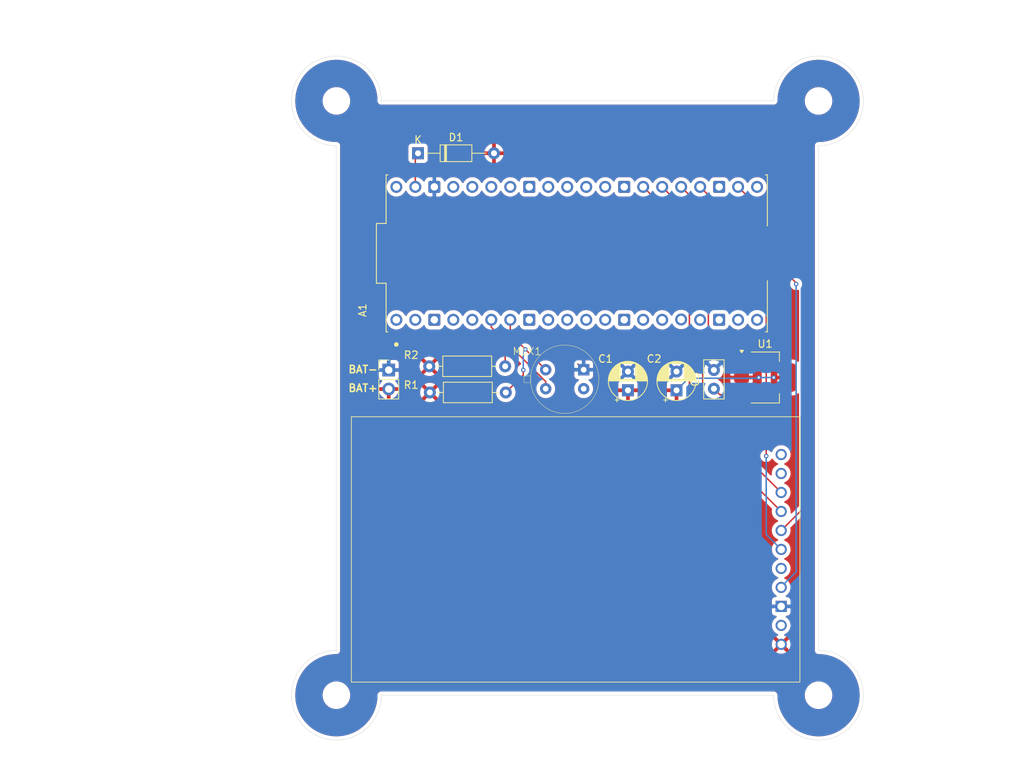
<source format=kicad_pcb>
(kicad_pcb (version 20240108) (generator "pcbnew") (generator_version "8.0")
  (layers (0 "F.Cu" signal) (31 "B.Cu" signal) (34 "B.Paste" user) (35 "F.Paste" user) (36 "B.SilkS" user "B.Silkscreen") (37 "F.SilkS" user "F.Silkscreen") (38 "B.Mask" user) (39 "F.Mask" user) (44 "Edge.Cuts" user))
  (net 0 "")
  (net 1 "Net-(A1-GP18)")
  (net 2 "Net-(A1-GP5)")
  (net 3 "VDD")
  (net 4 "Net-(A1-GP4)")
  (net 5 "Net-(A1-GP21)")
  (net 6 "Net-(A1-GP20)")
  (net 7 "Net-(A1-GP17)")
  (net 8 "Net-(A1-GP19)")
  (net 9 "GND")
  (net 13 "Net-(A1-VSYS)")
  (net 46 "Net-(BT1-+)")
  (footprint "Capacitor_THT:CP_Radial_D5.0mm_P2.50mm" (layer "F.Cu") (at 129.5 74.705113 90)
    (property "Reference" "C2" (at 4.205113 -3 180) (layer "F.SilkS"))
    (property "Value" "1u")
    (fp_line (start 1.29 -2.58) (end 1.29 2.58) (stroke (width 0.12)) (layer "F.SilkS"))
    (fp_line (start 1.25 -2.58) (end 1.25 2.58) (stroke (width 0.12)) (layer "F.SilkS"))
    (fp_line (start 1.33 -2.579) (end 1.33 2.579) (stroke (width 0.12)) (layer "F.SilkS"))
    (fp_line (start 1.37 -2.578) (end 1.37 2.578) (stroke (width 0.12)) (layer "F.SilkS"))
    (fp_line (start 1.41 -2.576) (end 1.41 2.576) (stroke (width 0.12)) (layer "F.SilkS"))
    (fp_line (start 1.45 -2.573) (end 1.45 2.573) (stroke (width 0.12)) (layer "F.SilkS"))
    (fp_line (start 1.49 -2.569) (end 1.49 -1.04) (stroke (width 0.12)) (layer "F.SilkS"))
    (fp_line (start 1.53 -2.565) (end 1.53 -1.04) (stroke (width 0.12)) (layer "F.SilkS"))
    (fp_line (start 1.57 -2.561) (end 1.57 -1.04) (stroke (width 0.12)) (layer "F.SilkS"))
    (fp_line (start 1.61 -2.556) (end 1.61 -1.04) (stroke (width 0.12)) (layer "F.SilkS"))
    (fp_line (start 1.65 -2.55) (end 1.65 -1.04) (stroke (width 0.12)) (layer "F.SilkS"))
    (fp_line (start 1.69 -2.543) (end 1.69 -1.04) (stroke (width 0.12)) (layer "F.SilkS"))
    (fp_line (start 1.73 -2.536) (end 1.73 -1.04) (stroke (width 0.12)) (layer "F.SilkS"))
    (fp_line (start 1.77 -2.528) (end 1.77 -1.04) (stroke (width 0.12)) (layer "F.SilkS"))
    (fp_line (start 1.81 -2.52) (end 1.81 -1.04) (stroke (width 0.12)) (layer "F.SilkS"))
    (fp_line (start 1.85 -2.511) (end 1.85 -1.04) (stroke (width 0.12)) (layer "F.SilkS"))
    (fp_line (start 1.89 -2.501) (end 1.89 -1.04) (stroke (width 0.12)) (layer "F.SilkS"))
    (fp_line (start 1.93 -2.491) (end 1.93 -1.04) (stroke (width 0.12)) (layer "F.SilkS"))
    (fp_line (start 1.971 -2.48) (end 1.971 -1.04) (stroke (width 0.12)) (layer "F.SilkS"))
    (fp_line (start 2.011 -2.468) (end 2.011 -1.04) (stroke (width 0.12)) (layer "F.SilkS"))
    (fp_line (start 2.051 -2.455) (end 2.051 -1.04) (stroke (width 0.12)) (layer "F.SilkS"))
    (fp_line (start 2.091 -2.442) (end 2.091 -1.04) (stroke (width 0.12)) (layer "F.SilkS"))
    (fp_line (start 2.131 -2.428) (end 2.131 -1.04) (stroke (width 0.12)) (layer "F.SilkS"))
    (fp_line (start 2.171 -2.414) (end 2.171 -1.04) (stroke (width 0.12)) (layer "F.SilkS"))
    (fp_line (start 2.211 -2.398) (end 2.211 -1.04) (stroke (width 0.12)) (layer "F.SilkS"))
    (fp_line (start 2.251 -2.382) (end 2.251 -1.04) (stroke (width 0.12)) (layer "F.SilkS"))
    (fp_line (start 2.291 -2.365) (end 2.291 -1.04) (stroke (width 0.12)) (layer "F.SilkS"))
    (fp_line (start 2.331 -2.348) (end 2.331 -1.04) (stroke (width 0.12)) (layer "F.SilkS"))
    (fp_line (start 2.371 -2.329) (end 2.371 -1.04) (stroke (width 0.12)) (layer "F.SilkS"))
    (fp_line (start 2.411 -2.31) (end 2.411 -1.04) (stroke (width 0.12)) (layer "F.SilkS"))
    (fp_line (start 2.451 -2.29) (end 2.451 -1.04) (stroke (width 0.12)) (layer "F.SilkS"))
    (fp_line (start 2.491 -2.268) (end 2.491 -1.04) (stroke (width 0.12)) (layer "F.SilkS"))
    (fp_line (start 2.531 -2.247) (end 2.531 -1.04) (stroke (width 0.12)) (layer "F.SilkS"))
    (fp_line (start 2.571 -2.224) (end 2.571 -1.04) (stroke (width 0.12)) (layer "F.SilkS"))
    (fp_line (start 2.611 -2.2) (end 2.611 -1.04) (stroke (width 0.12)) (layer "F.SilkS"))
    (fp_line (start 2.651 -2.175) (end 2.651 -1.04) (stroke (width 0.12)) (layer "F.SilkS"))
    (fp_line (start 2.691 -2.149) (end 2.691 -1.04) (stroke (width 0.12)) (layer "F.SilkS"))
    (fp_line (start 2.731 -2.122) (end 2.731 -1.04) (stroke (width 0.12)) (layer "F.SilkS"))
    (fp_line (start 2.771 -2.095) (end 2.771 -1.04) (stroke (width 0.12)) (layer "F.SilkS"))
    (fp_line (start 2.811 -2.065) (end 2.811 -1.04) (stroke (width 0.12)) (layer "F.SilkS"))
    (fp_line (start 2.851 -2.035) (end 2.851 -1.04) (stroke (width 0.12)) (layer "F.SilkS"))
    (fp_line (start 2.891 -2.004) (end 2.891 -1.04) (stroke (width 0.12)) (layer "F.SilkS"))
    (fp_line (start 2.931 -1.971) (end 2.931 -1.04) (stroke (width 0.12)) (layer "F.SilkS"))
    (fp_line (start 2.971 -1.937) (end 2.971 -1.04) (stroke (width 0.12)) (layer "F.SilkS"))
    (fp_line (start 3.011 -1.901) (end 3.011 -1.04) (stroke (width 0.12)) (layer "F.SilkS"))
    (fp_line (start 3.051 -1.864) (end 3.051 -1.04) (stroke (width 0.12)) (layer "F.SilkS"))
    (fp_line (start 3.091 -1.826) (end 3.091 -1.04) (stroke (width 0.12)) (layer "F.SilkS"))
    (fp_line (start 3.131 -1.785) (end 3.131 -1.04) (stroke (width 0.12)) (layer "F.SilkS"))
    (fp_line (start 3.171 -1.743) (end 3.171 -1.04) (stroke (width 0.12)) (layer "F.SilkS"))
    (fp_line (start -1.304775 -1.725) (end -1.304775 -1.225) (stroke (width 0.12)) (layer "F.SilkS"))
    (fp_line (start 3.211 -1.699) (end 3.211 -1.04) (stroke (width 0.12)) (layer "F.SilkS"))
    (fp_line (start 3.251 -1.653) (end 3.251 -1.04) (stroke (width 0.12)) (layer "F.SilkS"))
    (fp_line (start 3.291 -1.605) (end 3.291 -1.04) (stroke (width 0.12)) (layer "F.SilkS"))
    (fp_line (start 3.331 -1.554) (end 3.331 -1.04) (stroke (width 0.12)) (layer "F.SilkS"))
    (fp_line (start 3.371 -1.5) (end 3.371 -1.04) (stroke (width 0.12)) (layer "F.SilkS"))
    (fp_line (start -1.554775 -1.475) (end -1.054775 -1.475) (stroke (width 0.12)) (layer "F.SilkS"))
    (fp_line (start 3.411 -1.443) (end 3.411 -1.04) (stroke (width 0.12)) (layer "F.SilkS"))
    (fp_line (start 3.451 -1.383) (end 3.451 -1.04) (stroke (width 0.12)) (layer "F.SilkS"))
    (fp_line (start 3.491 -1.319) (end 3.491 -1.04) (stroke (width 0.12)) (layer "F.SilkS"))
    (fp_line (start 3.531 -1.251) (end 3.531 -1.04) (stroke (width 0.12)) (layer "F.SilkS"))
    (fp_line (start 3.571 -1.178) (end 3.571 1.178) (stroke (width 0.12)) (layer "F.SilkS"))
    (fp_line (start 3.611 -1.098) (end 3.611 1.098) (stroke (width 0.12)) (layer "F.SilkS"))
    (fp_line (start 3.651 -1.011) (end 3.651 1.011) (stroke (width 0.12)) (layer "F.SilkS"))
    (fp_line (start 3.691 -0.915) (end 3.691 0.915) (stroke (width 0.12)) (layer "F.SilkS"))
    (fp_line (start 3.731 -0.805) (end 3.731 0.805) (stroke (width 0.12)) (layer "F.SilkS"))
    (fp_line (start 3.771 -0.677) (end 3.771 0.677) (stroke (width 0.12)) (layer "F.SilkS"))
    (fp_line (start 3.811 -0.518) (end 3.811 0.518) (stroke (width 0.12)) (layer "F.SilkS"))
    (fp_line (start 3.851 -0.284) (end 3.851 0.284) (stroke (width 0.12)) (layer "F.SilkS"))
    (fp_line (start 3.531 1.04) (end 3.531 1.251) (stroke (width 0.12)) (layer "F.SilkS"))
    (fp_line (start 3.491 1.04) (end 3.491 1.319) (stroke (width 0.12)) (layer "F.SilkS"))
    (fp_line (start 3.451 1.04) (end 3.451 1.383) (stroke (width 0.12)) (layer "F.SilkS"))
    (fp_line (start 3.411 1.04) (end 3.411 1.443) (stroke (width 0.12)) (layer "F.SilkS"))
    (fp_line (start 3.371 1.04) (end 3.371 1.5) (stroke (width 0.12)) (layer "F.SilkS"))
    (fp_line (start 3.331 1.04) (end 3.331 1.554) (stroke (width 0.12)) (layer "F.SilkS"))
    (fp_line (start 3.291 1.04) (end 3.291 1.605) (stroke (width 0.12)) (layer "F.SilkS"))
    (fp_line (start 3.251 1.04) (end 3.251 1.653) (stroke (width 0.12)) (layer "F.SilkS"))
    (fp_line (start 3.211 1.04) (end 3.211 1.699) (stroke (width 0.12)) (layer "F.SilkS"))
    (fp_line (start 3.171 1.04) (end 3.171 1.743) (stroke (width 0.12)) (layer "F.SilkS"))
    (fp_line (start 3.131 1.04) (end 3.131 1.785) (stroke (width 0.12)) (layer "F.SilkS"))
    (fp_line (start 3.091 1.04) (end 3.091 1.826) (stroke (width 0.12)) (layer "F.SilkS"))
    (fp_line (start 3.051 1.04) (end 3.051 1.864) (stroke (width 0.12)) (layer "F.SilkS"))
    (fp_line (start 3.011 1.04) (end 3.011 1.901) (stroke (width 0.12)) (layer "F.SilkS"))
    (fp_line (start 2.971 1.04) (end 2.971 1.937) (stroke (width 0.12)) (layer "F.SilkS"))
    (fp_line (start 2.931 1.04) (end 2.931 1.971) (stroke (width 0.12)) (layer "F.SilkS"))
    (fp_line (start 2.891 1.04) (end 2.891 2.004) (stroke (width 0.12)) (layer "F.SilkS"))
    (fp_line (start 2.851 1.04) (end 2.851 2.035) (stroke (width 0.12)) (layer "F.SilkS"))
    (fp_line (start 2.811 1.04) (end 2.811 2.065) (stroke (width 0.12)) (layer "F.SilkS"))
    (fp_line (start 2.771 1.04) (end 2.771 2.095) (stroke (width 0.12)) (layer "F.SilkS"))
    (fp_line (start 2.731 1.04) (end 2.731 2.122) (stroke (width 0.12)) (layer "F.SilkS"))
    (fp_line (start 2.691 1.04) (end 2.691 2.149) (stroke (width 0.12)) (layer "F.SilkS"))
    (fp_line (start 2.651 1.04) (end 2.651 2.175) (stroke (width 0.12)) (layer "F.SilkS"))
    (fp_line (start 2.611 1.04) (end 2.611 2.2) (stroke (width 0.12)) (layer "F.SilkS"))
    (fp_line (start 2.571 1.04) (end 2.571 2.224) (stroke (width 0.12)) (layer "F.SilkS"))
    (fp_line (start 2.531 1.04) (end 2.531 2.247) (stroke (width 0.12)) (layer "F.SilkS"))
    (fp_line (start 2.491 1.04) (end 2.491 2.268) (stroke (width 0.12)) (layer "F.SilkS"))
    (fp_line (start 2.451 1.04) (end 2.451 2.29) (stroke (width 0.12)) (layer "F.SilkS"))
    (fp_line (start 2.411 1.04) (end 2.411 2.31) (stroke (width 0.12)) (layer "F.SilkS"))
    (fp_line (start 2.371 1.04) (end 2.371 2.329) (stroke (width 0.12)) (layer "F.SilkS"))
    (fp_line (start 2.331 1.04) (end 2.331 2.348) (stroke (width 0.12)) (layer "F.SilkS"))
    (fp_line (start 2.291 1.04) (end 2.291 2.365) (stroke (width 0.12)) (layer "F.SilkS"))
    (fp_line (start 2.251 1.04) (end 2.251 2.382) (stroke (width 0.12)) (layer "F.SilkS"))
    (fp_line (start 2.211 1.04) (end 2.211 2.398) (stroke (width 0.12)) (layer "F.SilkS"))
    (fp_line (start 2.171 1.04) (end 2.171 2.414) (stroke (width 0.12)) (layer "F.SilkS"))
    (fp_line (start 2.131 1.04) (end 2.131 2.428) (stroke (width 0.12)) (layer "F.SilkS"))
    (fp_line (start 2.091 1.04) (end 2.091 2.442) (stroke (width 0.12)) (layer "F.SilkS"))
    (fp_line (start 2.051 1.04) (end 2.051 2.455) (stroke (width 0.12)) (layer "F.SilkS"))
    (fp_line (start 2.011 1.04) (end 2.011 2.468) (stroke (width 0.12)) (layer "F.SilkS"))
    (fp_line (start 1.971 1.04) (end 1.971 2.48) (stroke (width 0.12)) (layer "F.SilkS"))
    (fp_line (start 1.93 1.04) (end 1.93 2.491) (stroke (width 0.12)) (layer "F.SilkS"))
    (fp_line (start 1.89 1.04) (end 1.89 2.501) (stroke (width 0.12)) (layer "F.SilkS"))
    (fp_line (start 1.85 1.04) (end 1.85 2.511) (stroke (width 0.12)) (layer "F.SilkS"))
    (fp_line (start 1.81 1.04) (end 1.81 2.52) (stroke (width 0.12)) (layer "F.SilkS"))
    (fp_line (start 1.77 1.04) (end 1.77 2.528) (stroke (width 0.12)) (layer "F.SilkS"))
    (fp_line (start 1.73 1.04) (end 1.73 2.536) (stroke (width 0.12)) (layer "F.SilkS"))
    (fp_line (start 1.69 1.04) (end 1.69 2.543) (stroke (width 0.12)) (layer "F.SilkS"))
    (fp_line (start 1.65 1.04) (end 1.65 2.55) (stroke (width 0.12)) (layer "F.SilkS"))
    (fp_line (start 1.61 1.04) (end 1.61 2.556) (stroke (width 0.12)) (layer "F.SilkS"))
    (fp_line (start 1.57 1.04) (end 1.57 2.561) (stroke (width 0.12)) (layer "F.SilkS"))
    (fp_line (start 1.53 1.04) (end 1.53 2.565) (stroke (width 0.12)) (layer "F.SilkS"))
    (fp_line (start 1.49 1.04) (end 1.49 2.569) (stroke (width 0.12)) (layer "F.SilkS"))
    (fp_circle (center 1.25 0) (end 3.87 0) (stroke (width 0.12)) (fill none) (layer "F.SilkS"))
    (pad "1" thru_hole rect (at 0 0 90) (size 1.6 1.6) (drill 0.8) (layers "*.Cu" "*.Mask") (net 3 "VDD"))
    (pad "2" thru_hole circle (at 2.5 0 90) (size 1.6 1.6) (drill 0.8) (layers "*.Cu" "*.Mask") (net 9 "GND"))
  )
  (footprint "Diode_THT:D_DO-35_SOD27_P10.16mm_Horizontal" (layer "F.Cu") (at 94.92 43)
    (property "Reference" "D1" (at 5.08 -2.12 0) (layer "F.SilkS"))
    (property "Value" "D_Schottky")
    (fp_line (start 1.04 0) (end 2.96 0) (stroke (width 0.12)) (layer "F.SilkS"))
    (fp_line (start 2.96 -1.12) (end 2.96 1.12) (stroke (width 0.12)) (layer "F.SilkS"))
    (fp_line (start 2.96 1.12) (end 7.2 1.12) (stroke (width 0.12)) (layer "F.SilkS"))
    (fp_line (start 3.56 -1.12) (end 3.56 1.12) (stroke (width 0.12)) (layer "F.SilkS"))
    (fp_line (start 3.68 -1.12) (end 3.68 1.12) (stroke (width 0.12)) (layer "F.SilkS"))
    (fp_line (start 3.8 -1.12) (end 3.8 1.12) (stroke (width 0.12)) (layer "F.SilkS"))
    (fp_line (start 7.2 -1.12) (end 2.96 -1.12) (stroke (width 0.12)) (layer "F.SilkS"))
    (fp_line (start 7.2 1.12) (end 7.2 -1.12) (stroke (width 0.12)) (layer "F.SilkS"))
    (fp_line (start 9.12 0) (end 7.2 0) (stroke (width 0.12)) (layer "F.SilkS"))
    (fp_text user "K" (at 0 -1.8 0) (layer "F.SilkS"))
    (pad "1" thru_hole rect (at 0 0) (size 1.6 1.6) (drill 0.8) (layers "*.Cu" "*.Mask") (net 13 "Net-(A1-VSYS)"))
    (pad "2" thru_hole oval (at 10.16 0) (size 1.6 1.6) (drill 0.8) (layers "*.Cu" "*.Mask") (net 3 "VDD"))
  )
  (footprint "Resistor_THT:R_Axial_DIN0207_L6.3mm_D2.5mm_P10.16mm_Horizontal" (layer "F.Cu") (at 96.42 71.5)
    (property "Reference" "R2" (at -2.42 -1.5 0) (layer "F.SilkS"))
    (property "Value" "2k")
    (fp_line (start 1.04 0) (end 1.81 0) (stroke (width 0.12)) (layer "F.SilkS"))
    (fp_line (start 1.81 -1.37) (end 1.81 1.37) (stroke (width 0.12)) (layer "F.SilkS"))
    (fp_line (start 1.81 1.37) (end 8.35 1.37) (stroke (width 0.12)) (layer "F.SilkS"))
    (fp_line (start 8.35 -1.37) (end 1.81 -1.37) (stroke (width 0.12)) (layer "F.SilkS"))
    (fp_line (start 8.35 1.37) (end 8.35 -1.37) (stroke (width 0.12)) (layer "F.SilkS"))
    (fp_line (start 9.12 0) (end 8.35 0) (stroke (width 0.12)) (layer "F.SilkS"))
    (pad "1" thru_hole circle (at 0 0) (size 1.6 1.6) (drill 0.8) (layers "*.Cu" "*.Mask") (net 3 "VDD"))
    (pad "2" thru_hole oval (at 10.16 0) (size 1.6 1.6) (drill 0.8) (layers "*.Cu" "*.Mask") (net 4 "Net-(A1-GP4)"))
  )
  (footprint "Resistor_THT:R_Axial_DIN0207_L6.3mm_D2.5mm_P10.16mm_Horizontal" (layer "F.Cu") (at 96.5 75)
    (property "Reference" "R1" (at -2.5 -1 0) (layer "F.SilkS"))
    (property "Value" "2k")
    (fp_line (start 1.04 0) (end 1.81 0) (stroke (width 0.12)) (layer "F.SilkS"))
    (fp_line (start 1.81 -1.37) (end 1.81 1.37) (stroke (width 0.12)) (layer "F.SilkS"))
    (fp_line (start 1.81 1.37) (end 8.35 1.37) (stroke (width 0.12)) (layer "F.SilkS"))
    (fp_line (start 8.35 -1.37) (end 1.81 -1.37) (stroke (width 0.12)) (layer "F.SilkS"))
    (fp_line (start 8.35 1.37) (end 8.35 -1.37) (stroke (width 0.12)) (layer "F.SilkS"))
    (fp_line (start 9.12 0) (end 8.35 0) (stroke (width 0.12)) (layer "F.SilkS"))
    (pad "1" thru_hole circle (at 0 0) (size 1.6 1.6) (drill 0.8) (layers "*.Cu" "*.Mask") (net 3 "VDD"))
    (pad "2" thru_hole oval (at 10.16 0) (size 1.6 1.6) (drill 0.8) (layers "*.Cu" "*.Mask") (net 2 "Net-(A1-GP5)"))
  )
  (footprint "Package_TO_SOT_SMD:SOT-223-3_TabPin2" (layer "F.Cu") (at 141.35 73)
    (property "Reference" "U1" (at 0 -4.5 0) (layer "F.SilkS"))
    (property "Value" "LD1117S33TR_SOT223")
    (fp_line (start -1.85 -3.41) (end 1.91 -3.41) (stroke (width 0.12)) (layer "F.SilkS"))
    (fp_line (start -1.85 3.41) (end 1.91 3.41) (stroke (width 0.12)) (layer "F.SilkS"))
    (fp_line (start 1.91 -3.41) (end 1.91 -2.15) (stroke (width 0.12)) (layer "F.SilkS"))
    (fp_line (start 1.91 3.41) (end 1.91 2.15) (stroke (width 0.12)) (layer "F.SilkS"))
    (fp_poly (pts (xy -3.13 -3.31) (xy -3.37 -3.64) (xy -2.89 -3.64) (xy -3.13 -3.31)) (stroke (width 0.12)) (fill solid) (layer "F.SilkS"))
    (pad "1" smd roundrect (at -3.15 -2.3) (size 2 1.5) (layers "F.Cu" "F.Paste" "F.Mask") (net 9 "GND"))
    (pad "2" smd roundrect (at -3.15 0) (size 2 1.5) (layers "F.Cu" "F.Paste" "F.Mask") (net 3 "VDD"))
    (pad "2" smd roundrect (at 3.15 0) (size 2 3.8) (layers "F.Cu" "F.Paste" "F.Mask") (net 3 "VDD"))
    (pad "3" smd roundrect (at -3.15 2.3) (size 2 1.5) (layers "F.Cu" "F.Paste" "F.Mask") (net 46 "Net-(BT1-+)"))
  )
  (footprint "MountingHole:MountingHole_3.2mm_M3" (layer "F.Cu") (at 148.5 115.5)
    (property "Reference" "REF**" (hide yes))
    (property "Value" "MountingHole_3.2mm_M3")
    (pad "" np_thru_hole circle (at 0 0) (size 3.2 3.2) (drill 3.2) (layers "*.Cu" "*.Mask"))
  )
  (footprint "Capacitor_THT:CP_Radial_D5.0mm_P2.50mm" (layer "F.Cu") (at 123 74.705113 90)
    (property "Reference" "C1" (at 4.205113 -3 180) (layer "F.SilkS"))
    (property "Value" "1u")
    (fp_line (start 1.29 -2.58) (end 1.29 2.58) (stroke (width 0.12)) (layer "F.SilkS"))
    (fp_line (start 1.25 -2.58) (end 1.25 2.58) (stroke (width 0.12)) (layer "F.SilkS"))
    (fp_line (start 1.33 -2.579) (end 1.33 2.579) (stroke (width 0.12)) (layer "F.SilkS"))
    (fp_line (start 1.37 -2.578) (end 1.37 2.578) (stroke (width 0.12)) (layer "F.SilkS"))
    (fp_line (start 1.41 -2.576) (end 1.41 2.576) (stroke (width 0.12)) (layer "F.SilkS"))
    (fp_line (start 1.45 -2.573) (end 1.45 2.573) (stroke (width 0.12)) (layer "F.SilkS"))
    (fp_line (start 1.49 -2.569) (end 1.49 -1.04) (stroke (width 0.12)) (layer "F.SilkS"))
    (fp_line (start 1.53 -2.565) (end 1.53 -1.04) (stroke (width 0.12)) (layer "F.SilkS"))
    (fp_line (start 1.57 -2.561) (end 1.57 -1.04) (stroke (width 0.12)) (layer "F.SilkS"))
    (fp_line (start 1.61 -2.556) (end 1.61 -1.04) (stroke (width 0.12)) (layer "F.SilkS"))
    (fp_line (start 1.65 -2.55) (end 1.65 -1.04) (stroke (width 0.12)) (layer "F.SilkS"))
    (fp_line (start 1.69 -2.543) (end 1.69 -1.04) (stroke (width 0.12)) (layer "F.SilkS"))
    (fp_line (start 1.73 -2.536) (end 1.73 -1.04) (stroke (width 0.12)) (layer "F.SilkS"))
    (fp_line (start 1.77 -2.528) (end 1.77 -1.04) (stroke (width 0.12)) (layer "F.SilkS"))
    (fp_line (start 1.81 -2.52) (end 1.81 -1.04) (stroke (width 0.12)) (layer "F.SilkS"))
    (fp_line (start 1.85 -2.511) (end 1.85 -1.04) (stroke (width 0.12)) (layer "F.SilkS"))
    (fp_line (start 1.89 -2.501) (end 1.89 -1.04) (stroke (width 0.12)) (layer "F.SilkS"))
    (fp_line (start 1.93 -2.491) (end 1.93 -1.04) (stroke (width 0.12)) (layer "F.SilkS"))
    (fp_line (start 1.971 -2.48) (end 1.971 -1.04) (stroke (width 0.12)) (layer "F.SilkS"))
    (fp_line (start 2.011 -2.468) (end 2.011 -1.04) (stroke (width 0.12)) (layer "F.SilkS"))
    (fp_line (start 2.051 -2.455) (end 2.051 -1.04) (stroke (width 0.12)) (layer "F.SilkS"))
    (fp_line (start 2.091 -2.442) (end 2.091 -1.04) (stroke (width 0.12)) (layer "F.SilkS"))
    (fp_line (start 2.131 -2.428) (end 2.131 -1.04) (stroke (width 0.12)) (layer "F.SilkS"))
    (fp_line (start 2.171 -2.414) (end 2.171 -1.04) (stroke (width 0.12)) (layer "F.SilkS"))
    (fp_line (start 2.211 -2.398) (end 2.211 -1.04) (stroke (width 0.12)) (layer "F.SilkS"))
    (fp_line (start 2.251 -2.382) (end 2.251 -1.04) (stroke (width 0.12)) (layer "F.SilkS"))
    (fp_line (start 2.291 -2.365) (end 2.291 -1.04) (stroke (width 0.12)) (layer "F.SilkS"))
    (fp_line (start 2.331 -2.348) (end 2.331 -1.04) (stroke (width 0.12)) (layer "F.SilkS"))
    (fp_line (start 2.371 -2.329) (end 2.371 -1.04) (stroke (width 0.12)) (layer "F.SilkS"))
    (fp_line (start 2.411 -2.31) (end 2.411 -1.04) (stroke (width 0.12)) (layer "F.SilkS"))
    (fp_line (start 2.451 -2.29) (end 2.451 -1.04) (stroke (width 0.12)) (layer "F.SilkS"))
    (fp_line (start 2.491 -2.268) (end 2.491 -1.04) (stroke (width 0.12)) (layer "F.SilkS"))
    (fp_line (start 2.531 -2.247) (end 2.531 -1.04) (stroke (width 0.12)) (layer "F.SilkS"))
    (fp_line (start 2.571 -2.224) (end 2.571 -1.04) (stroke (width 0.12)) (layer "F.SilkS"))
    (fp_line (start 2.611 -2.2) (end 2.611 -1.04) (stroke (width 0.12)) (layer "F.SilkS"))
    (fp_line (start 2.651 -2.175) (end 2.651 -1.04) (stroke (width 0.12)) (layer "F.SilkS"))
    (fp_line (start 2.691 -2.149) (end 2.691 -1.04) (stroke (width 0.12)) (layer "F.SilkS"))
    (fp_line (start 2.731 -2.122) (end 2.731 -1.04) (stroke (width 0.12)) (layer "F.SilkS"))
    (fp_line (start 2.771 -2.095) (end 2.771 -1.04) (stroke (width 0.12)) (layer "F.SilkS"))
    (fp_line (start 2.811 -2.065) (end 2.811 -1.04) (stroke (width 0.12)) (layer "F.SilkS"))
    (fp_line (start 2.851 -2.035) (end 2.851 -1.04) (stroke (width 0.12)) (layer "F.SilkS"))
    (fp_line (start 2.891 -2.004) (end 2.891 -1.04) (stroke (width 0.12)) (layer "F.SilkS"))
    (fp_line (start 2.931 -1.971) (end 2.931 -1.04) (stroke (width 0.12)) (layer "F.SilkS"))
    (fp_line (start 2.971 -1.937) (end 2.971 -1.04) (stroke (width 0.12)) (layer "F.SilkS"))
    (fp_line (start 3.011 -1.901) (end 3.011 -1.04) (stroke (width 0.12)) (layer "F.SilkS"))
    (fp_line (start 3.051 -1.864) (end 3.051 -1.04) (stroke (width 0.12)) (layer "F.SilkS"))
    (fp_line (start 3.091 -1.826) (end 3.091 -1.04) (stroke (width 0.12)) (layer "F.SilkS"))
    (fp_line (start 3.131 -1.785) (end 3.131 -1.04) (stroke (width 0.12)) (layer "F.SilkS"))
    (fp_line (start 3.171 -1.743) (end 3.171 -1.04) (stroke (width 0.12)) (layer "F.SilkS"))
    (fp_line (start -1.304775 -1.725) (end -1.304775 -1.225) (stroke (width 0.12)) (layer "F.SilkS"))
    (fp_line (start 3.211 -1.699) (end 3.211 -1.04) (stroke (width 0.12)) (layer "F.SilkS"))
    (fp_line (start 3.251 -1.653) (end 3.251 -1.04) (stroke (width 0.12)) (layer "F.SilkS"))
    (fp_line (start 3.291 -1.605) (end 3.291 -1.04) (stroke (width 0.12)) (layer "F.SilkS"))
    (fp_line (start 3.331 -1.554) (end 3.331 -1.04) (stroke (width 0.12)) (layer "F.SilkS"))
    (fp_line (start 3.371 -1.5) (end 3.371 -1.04) (stroke (width 0.12)) (layer "F.SilkS"))
    (fp_line (start -1.554775 -1.475) (end -1.054775 -1.475) (stroke (width 0.12)) (layer "F.SilkS"))
    (fp_line (start 3.411 -1.443) (end 3.411 -1.04) (stroke (width 0.12)) (layer "F.SilkS"))
    (fp_line (start 3.451 -1.383) (end 3.451 -1.04) (stroke (width 0.12)) (layer "F.SilkS"))
    (fp_line (start 3.491 -1.319) (end 3.491 -1.04) (stroke (width 0.12)) (layer "F.SilkS"))
    (fp_line (start 3.531 -1.251) (end 3.531 -1.04) (stroke (width 0.12)) (layer "F.SilkS"))
    (fp_line (start 3.571 -1.178) (end 3.571 1.178) (stroke (width 0.12)) (layer "F.SilkS"))
    (fp_line (start 3.611 -1.098) (end 3.611 1.098) (stroke (width 0.12)) (layer "F.SilkS"))
    (fp_line (start 3.651 -1.011) (end 3.651 1.011) (stroke (width 0.12)) (layer "F.SilkS"))
    (fp_line (start 3.691 -0.915) (end 3.691 0.915) (stroke (width 0.12)) (layer "F.SilkS"))
    (fp_line (start 3.731 -0.805) (end 3.731 0.805) (stroke (width 0.12)) (layer "F.SilkS"))
    (fp_line (start 3.771 -0.677) (end 3.771 0.677) (stroke (width 0.12)) (layer "F.SilkS"))
    (fp_line (start 3.811 -0.518) (end 3.811 0.518) (stroke (width 0.12)) (layer "F.SilkS"))
    (fp_line (start 3.851 -0.284) (end 3.851 0.284) (stroke (width 0.12)) (layer "F.SilkS"))
    (fp_line (start 3.531 1.04) (end 3.531 1.251) (stroke (width 0.12)) (layer "F.SilkS"))
    (fp_line (start 3.491 1.04) (end 3.491 1.319) (stroke (width 0.12)) (layer "F.SilkS"))
    (fp_line (start 3.451 1.04) (end 3.451 1.383) (stroke (width 0.12)) (layer "F.SilkS"))
    (fp_line (start 3.411 1.04) (end 3.411 1.443) (stroke (width 0.12)) (layer "F.SilkS"))
    (fp_line (start 3.371 1.04) (end 3.371 1.5) (stroke (width 0.12)) (layer "F.SilkS"))
    (fp_line (start 3.331 1.04) (end 3.331 1.554) (stroke (width 0.12)) (layer "F.SilkS"))
    (fp_line (start 3.291 1.04) (end 3.291 1.605) (stroke (width 0.12)) (layer "F.SilkS"))
    (fp_line (start 3.251 1.04) (end 3.251 1.653) (stroke (width 0.12)) (layer "F.SilkS"))
    (fp_line (start 3.211 1.04) (end 3.211 1.699) (stroke (width 0.12)) (layer "F.SilkS"))
    (fp_line (start 3.171 1.04) (end 3.171 1.743) (stroke (width 0.12)) (layer "F.SilkS"))
    (fp_line (start 3.131 1.04) (end 3.131 1.785) (stroke (width 0.12)) (layer "F.SilkS"))
    (fp_line (start 3.091 1.04) (end 3.091 1.826) (stroke (width 0.12)) (layer "F.SilkS"))
    (fp_line (start 3.051 1.04) (end 3.051 1.864) (stroke (width 0.12)) (layer "F.SilkS"))
    (fp_line (start 3.011 1.04) (end 3.011 1.901) (stroke (width 0.12)) (layer "F.SilkS"))
    (fp_line (start 2.971 1.04) (end 2.971 1.937) (stroke (width 0.12)) (layer "F.SilkS"))
    (fp_line (start 2.931 1.04) (end 2.931 1.971) (stroke (width 0.12)) (layer "F.SilkS"))
    (fp_line (start 2.891 1.04) (end 2.891 2.004) (stroke (width 0.12)) (layer "F.SilkS"))
    (fp_line (start 2.851 1.04) (end 2.851 2.035) (stroke (width 0.12)) (layer "F.SilkS"))
    (fp_line (start 2.811 1.04) (end 2.811 2.065) (stroke (width 0.12)) (layer "F.SilkS"))
    (fp_line (start 2.771 1.04) (end 2.771 2.095) (stroke (width 0.12)) (layer "F.SilkS"))
    (fp_line (start 2.731 1.04) (end 2.731 2.122) (stroke (width 0.12)) (layer "F.SilkS"))
    (fp_line (start 2.691 1.04) (end 2.691 2.149) (stroke (width 0.12)) (layer "F.SilkS"))
    (fp_line (start 2.651 1.04) (end 2.651 2.175) (stroke (width 0.12)) (layer "F.SilkS"))
    (fp_line (start 2.611 1.04) (end 2.611 2.2) (stroke (width 0.12)) (layer "F.SilkS"))
    (fp_line (start 2.571 1.04) (end 2.571 2.224) (stroke (width 0.12)) (layer "F.SilkS"))
    (fp_line (start 2.531 1.04) (end 2.531 2.247) (stroke (width 0.12)) (layer "F.SilkS"))
    (fp_line (start 2.491 1.04) (end 2.491 2.268) (stroke (width 0.12)) (layer "F.SilkS"))
    (fp_line (start 2.451 1.04) (end 2.451 2.29) (stroke (width 0.12)) (layer "F.SilkS"))
    (fp_line (start 2.411 1.04) (end 2.411 2.31) (stroke (width 0.12)) (layer "F.SilkS"))
    (fp_line (start 2.371 1.04) (end 2.371 2.329) (stroke (width 0.12)) (layer "F.SilkS"))
    (fp_line (start 2.331 1.04) (end 2.331 2.348) (stroke (width 0.12)) (layer "F.SilkS"))
    (fp_line (start 2.291 1.04) (end 2.291 2.365) (stroke (width 0.12)) (layer "F.SilkS"))
    (fp_line (start 2.251 1.04) (end 2.251 2.382) (stroke (width 0.12)) (layer "F.SilkS"))
    (fp_line (start 2.211 1.04) (end 2.211 2.398) (stroke (width 0.12)) (layer "F.SilkS"))
    (fp_line (start 2.171 1.04) (end 2.171 2.414) (stroke (width 0.12)) (layer "F.SilkS"))
    (fp_line (start 2.131 1.04) (end 2.131 2.428) (stroke (width 0.12)) (layer "F.SilkS"))
    (fp_line (start 2.091 1.04) (end 2.091 2.442) (stroke (width 0.12)) (layer "F.SilkS"))
    (fp_line (start 2.051 1.04) (end 2.051 2.455) (stroke (width 0.12)) (layer "F.SilkS"))
    (fp_line (start 2.011 1.04) (end 2.011 2.468) (stroke (width 0.12)) (layer "F.SilkS"))
    (fp_line (start 1.971 1.04) (end 1.971 2.48) (stroke (width 0.12)) (layer "F.SilkS"))
    (fp_line (start 1.93 1.04) (end 1.93 2.491) (stroke (width 0.12)) (layer "F.SilkS"))
    (fp_line (start 1.89 1.04) (end 1.89 2.501) (stroke (width 0.12)) (layer "F.SilkS"))
    (fp_line (start 1.85 1.04) (end 1.85 2.511) (stroke (width 0.12)) (layer "F.SilkS"))
    (fp_line (start 1.81 1.04) (end 1.81 2.52) (stroke (width 0.12)) (layer "F.SilkS"))
    (fp_line (start 1.77 1.04) (end 1.77 2.528) (stroke (width 0.12)) (layer "F.SilkS"))
    (fp_line (start 1.73 1.04) (end 1.73 2.536) (stroke (width 0.12)) (layer "F.SilkS"))
    (fp_line (start 1.69 1.04) (end 1.69 2.543) (stroke (width 0.12)) (layer "F.SilkS"))
    (fp_line (start 1.65 1.04) (end 1.65 2.55) (stroke (width 0.12)) (layer "F.SilkS"))
    (fp_line (start 1.61 1.04) (end 1.61 2.556) (stroke (width 0.12)) (layer "F.SilkS"))
    (fp_line (start 1.57 1.04) (end 1.57 2.561) (stroke (width 0.12)) (layer "F.SilkS"))
    (fp_line (start 1.53 1.04) (end 1.53 2.565) (stroke (width 0.12)) (layer "F.SilkS"))
    (fp_line (start 1.49 1.04) (end 1.49 2.569) (stroke (width 0.12)) (layer "F.SilkS"))
    (fp_circle (center 1.25 0) (end 3.87 0) (stroke (width 0.12)) (fill none) (layer "F.SilkS"))
    (pad "1" thru_hole rect (at 0 0 90) (size 1.6 1.6) (drill 0.8) (layers "*.Cu" "*.Mask") (net 3 "VDD"))
    (pad "2" thru_hole circle (at 2.5 0 90) (size 1.6 1.6) (drill 0.8) (layers "*.Cu" "*.Mask") (net 9 "GND"))
  )
  (footprint "MCU:RPi_Pico_SC0918" (layer "F.Cu") (at 116.15 56.39 90)
    (property "Reference" "A1" (at -7.61 -28.65 90) (layer "F.SilkS"))
    (property "Value" "SC0918")
    (fp_line (start 4 -26.8) (end 4 -25.5) (stroke (width 0.127)) (layer "F.SilkS"))
    (fp_line (start -4 -26.8) (end 4 -26.8) (stroke (width 0.127)) (layer "F.SilkS"))
    (fp_line (start 10.5 -25.5) (end 10.5 -25.25) (stroke (width 0.127)) (layer "F.SilkS"))
    (fp_line (start 4 -25.5) (end 10.5 -25.5) (stroke (width 0.127)) (layer "F.SilkS"))
    (fp_line (start -4 -25.5) (end -4 -26.8) (stroke (width 0.127)) (layer "F.SilkS"))
    (fp_line (start -10.5 -25.5) (end -4 -25.5) (stroke (width 0.127)) (layer "F.SilkS"))
    (fp_line (start -10.5 -25.25) (end -10.5 -25.5) (stroke (width 0.127)) (layer "F.SilkS"))
    (fp_line (start 10.5 25.5) (end 10.5 25.25) (stroke (width 0.127)) (layer "F.SilkS"))
    (fp_line (start 10.5 25.5) (end 3.66 25.5) (stroke (width 0.127)) (layer "F.SilkS"))
    (fp_line (start -3.66 25.5) (end -10.5 25.5) (stroke (width 0.127)) (layer "F.SilkS"))
    (fp_line (start -10.5 25.5) (end -10.5 25.25) (stroke (width 0.127)) (layer "F.SilkS"))
    (fp_circle (center -12.19 -24.13) (end -11.99 -24.13) (stroke (width 0.2)) (fill solid) (layer "F.SilkS"))
    (pad "1" thru_hole circle (at -8.89 -24.13 90) (size 1.6 1.6) (drill 1) (layers "*.Cu" "*.Mask"))
    (pad "2" thru_hole circle (at -8.89 -21.59 90) (size 1.6 1.6) (drill 1) (layers "*.Cu" "*.Mask"))
    (pad "3" thru_hole roundrect (at -8.89 -19.05 90) (size 1.6 1.6) (drill 1) (layers "*.Cu" "*.Mask") (roundrect_rratio 0.125))
    (pad "4" thru_hole circle (at -8.89 -16.51 90) (size 1.6 1.6) (drill 1) (layers "*.Cu" "*.Mask"))
    (pad "5" thru_hole circle (at -8.89 -13.97 90) (size 1.6 1.6) (drill 1) (layers "*.Cu" "*.Mask"))
    (pad "6" thru_hole circle (at -8.89 -11.43 90) (size 1.6 1.6) (drill 1) (layers "*.Cu" "*.Mask") (net 4 "Net-(A1-GP4)"))
    (pad "7" thru_hole circle (at -8.89 -8.89 90) (size 1.6 1.6) (drill 1) (layers "*.Cu" "*.Mask") (net 2 "Net-(A1-GP5)"))
    (pad "8" thru_hole roundrect (at -8.89 -6.35 90) (size 1.6 1.6) (drill 1) (layers "*.Cu" "*.Mask") (roundrect_rratio 0.125))
    (pad "9" thru_hole circle (at -8.89 -3.81 90) (size 1.6 1.6) (drill 1) (layers "*.Cu" "*.Mask"))
    (pad "10" thru_hole circle (at -8.89 -1.27 90) (size 1.6 1.6) (drill 1) (layers "*.Cu" "*.Mask"))
    (pad "11" thru_hole circle (at -8.89 1.27 90) (size 1.6 1.6) (drill 1) (layers "*.Cu" "*.Mask"))
    (pad "12" thru_hole circle (at -8.89 3.81 90) (size 1.6 1.6) (drill 1) (layers "*.Cu" "*.Mask"))
    (pad "13" thru_hole roundrect (at -8.89 6.35 90) (size 1.6 1.6) (drill 1) (layers "*.Cu" "*.Mask") (roundrect_rratio 0.125))
    (pad "14" thru_hole circle (at -8.89 8.89 90) (size 1.6 1.6) (drill 1) (layers "*.Cu" "*.Mask"))
    (pad "15" thru_hole circle (at -8.89 11.43 90) (size 1.6 1.6) (drill 1) (layers "*.Cu" "*.Mask"))
    (pad "16" thru_hole circle (at -8.848119 13.97 90) (size 1.6 1.6) (drill 1) (layers "*.Cu" "*.Mask"))
    (pad "17" thru_hole circle (at -8.89 16.51 90) (size 1.6 1.6) (drill 1) (layers "*.Cu" "*.Mask"))
    (pad "18" thru_hole roundrect (at -8.89 19.05 90) (size 1.6 1.6) (drill 1) (layers "*.Cu" "*.Mask") (roundrect_rratio 0.125))
    (pad "19" thru_hole circle (at -8.89 21.59 90) (size 1.6 1.6) (drill 1) (layers "*.Cu" "*.Mask"))
    (pad "20" thru_hole circle (at -8.89 24.13 90) (size 1.6 1.6) (drill 1) (layers "*.Cu" "*.Mask"))
    (pad "21" thru_hole circle (at 8.89 24.13 90) (size 1.6 1.6) (drill 1) (layers "*.Cu" "*.Mask"))
    (pad "22" thru_hole circle (at 8.89 21.59 90) (size 1.6 1.6) (drill 1) (layers "*.Cu" "*.Mask") (net 7 "Net-(A1-GP17)"))
    (pad "23" thru_hole roundrect (at 8.89 19.05 90) (size 1.6 1.6) (drill 1) (layers "*.Cu" "*.Mask") (roundrect_rratio 0.125))
    (pad "24" thru_hole circle (at 8.89 16.51 90) (size 1.6 1.6) (drill 1) (layers "*.Cu" "*.Mask") (net 1 "Net-(A1-GP18)"))
    (pad "25" thru_hole circle (at 8.89 13.97 90) (size 1.6 1.6) (drill 1) (layers "*.Cu" "*.Mask") (net 8 "Net-(A1-GP19)"))
    (pad "26" thru_hole circle (at 8.89 11.43 90) (size 1.6 1.6) (drill 1) (layers "*.Cu" "*.Mask") (net 6 "Net-(A1-GP20)"))
    (pad "27" thru_hole circle (at 8.89 8.89 90) (size 1.6 1.6) (drill 1) (layers "*.Cu" "*.Mask") (net 5 "Net-(A1-GP21)"))
    (pad "28" thru_hole roundrect (at 8.89 6.35 90) (size 1.6 1.6) (drill 1) (layers "*.Cu" "*.Mask") (roundrect_rratio 0.125))
    (pad "29" thru_hole circle (at 8.89 3.81 90) (size 1.6 1.6) (drill 1) (layers "*.Cu" "*.Mask"))
    (pad "30" thru_hole circle (at 8.89 1.27 90) (size 1.6 1.6) (drill 1) (layers "*.Cu" "*.Mask"))
    (pad "31" thru_hole circle (at 8.89 -1.27 90) (size 1.6 1.6) (drill 1) (layers "*.Cu" "*.Mask"))
    (pad "32" thru_hole circle (at 8.89 -3.81 90) (size 1.6 1.6) (drill 1) (layers "*.Cu" "*.Mask"))
    (pad "33" thru_hole roundrect (at 8.89 -6.35 90) (size 1.6 1.6) (drill 1) (layers "*.Cu" "*.Mask") (roundrect_rratio 0.125))
    (pad "34" thru_hole circle (at 8.89 -8.89 90) (size 1.6 1.6) (drill 1) (layers "*.Cu" "*.Mask"))
    (pad "35" thru_hole circle (at 8.89 -11.43 90) (size 1.6 1.6) (drill 1) (layers "*.Cu" "*.Mask"))
    (pad "36" thru_hole circle (at 8.89 -13.97 90) (size 1.6 1.6) (drill 1) (layers "*.Cu" "*.Mask"))
    (pad "37" thru_hole circle (at 8.89 -16.51 90) (size 1.6 1.6) (drill 1) (layers "*.Cu" "*.Mask"))
    (pad "38" thru_hole roundrect (at 8.89 -19.05 90) (size 1.6 1.6) (drill 1) (layers "*.Cu" "*.Mask") (roundrect_rratio 0.125) (net 9 "GND"))
    (pad "39" thru_hole circle (at 8.89 -21.59 90) (size 1.6 1.6) (drill 1) (layers "*.Cu" "*.Mask") (net 13 "Net-(A1-VSYS)"))
    (pad "40" thru_hole circle (at 8.89 -24.13 90) (size 1.6 1.6) (drill 1) (layers "*.Cu" "*.Mask"))
  )
  (footprint "Display:Adafruit-ST7789" (layer "F.Cu") (at 116 96 -90)
    (property "Reference" "SST1" (hide yes))
    (property "Value" "~")
    (fp_rect (start -17.75 -30) (end 17.75 30) (stroke (width 0.1)) (fill none) (layer "F.SilkS"))
    (pad "1" thru_hole circle (at -12.7 -27.5 90) (size 1.5 1.5) (drill 1) (layers "*.Cu" "*.Mask"))
    (pad "2" thru_hole circle (at -10.16 -27.5 90) (size 1.5 1.5) (drill 1) (layers "*.Cu" "*.Mask"))
    (pad "3" thru_hole circle (at -7.62 -27.5 90) (size 1.5 1.5) (drill 1) (layers "*.Cu" "*.Mask") (net 6 "Net-(A1-GP20)"))
    (pad "4" thru_hole circle (at -5.08 -27.5 90) (size 1.5 1.5) (drill 1) (layers "*.Cu" "*.Mask") (net 5 "Net-(A1-GP21)"))
    (pad "5" thru_hole circle (at -2.54 -27.5 90) (size 1.5 1.5) (drill 1) (layers "*.Cu" "*.Mask") (net 7 "Net-(A1-GP17)"))
    (pad "6" thru_hole circle (at 0 -27.5 90) (size 1.5 1.5) (drill 1) (layers "*.Cu" "*.Mask") (net 8 "Net-(A1-GP19)"))
    (pad "7" thru_hole circle (at 2.54 -27.5 90) (size 1.5 1.5) (drill 1) (layers "*.Cu" "*.Mask"))
    (pad "8" thru_hole circle (at 5.08 -27.5 90) (size 1.5 1.5) (drill 1) (layers "*.Cu" "*.Mask") (net 1 "Net-(A1-GP18)"))
    (pad "9" thru_hole rect (at 7.62 -27.5 90) (size 1.5 1.5) (drill 1) (layers "*.Cu" "*.Mask") (net 9 "GND"))
    (pad "10" thru_hole circle (at 10.16 -27.5 90) (size 1.5 1.5) (drill 1) (layers "*.Cu" "*.Mask"))
    (pad "11" thru_hole circle (at 12.7 -27.5 90) (size 1.5 1.5) (drill 1) (layers "*.Cu" "*.Mask") (net 3 "VDD"))
  )
  (footprint "Connector_PinHeader_2.54mm:PinHeader_1x02_P2.54mm_Vertical" (layer "F.Cu") (at 91 72)
    (property "Reference" "REF**" (hide yes))
    (property "Value" "PinHeader_1x02_P2.54mm_Vertical")
    (fp_line (start -1.33 -1.33) (end 0 -1.33) (stroke (width 0.12)) (layer "F.SilkS"))
    (fp_line (start -1.33 0) (end -1.33 -1.33) (stroke (width 0.12)) (layer "F.SilkS"))
    (fp_line (start -1.33 1.27) (end -1.33 3.87) (stroke (width 0.12)) (layer "F.SilkS"))
    (fp_line (start -1.33 1.27) (end 1.33 1.27) (stroke (width 0.12)) (layer "F.SilkS"))
    (fp_line (start -1.33 3.87) (end 1.33 3.87) (stroke (width 0.12)) (layer "F.SilkS"))
    (fp_line (start 1.33 1.27) (end 1.33 3.87) (stroke (width 0.12)) (layer "F.SilkS"))
    (pad "1" thru_hole rect (at 0 0) (size 1.7 1.7) (drill 1) (layers "*.Cu" "*.Mask") (net 9 "GND"))
    (pad "2" thru_hole oval (at 0 2.54) (size 1.7 1.7) (drill 1) (layers "*.Cu" "*.Mask") (net 3 "VDD"))
  )
  (footprint "MountingHole:MountingHole_3.2mm_M3" (layer "F.Cu") (at 148.5 36)
    (property "Reference" "REF**" (hide yes))
    (property "Value" "MountingHole_3.2mm_M3")
    (pad "" np_thru_hole circle (at 0 0) (size 3.2 3.2) (drill 3.2) (layers "*.Cu" "*.Mask"))
  )
  (footprint "Camera:MLX90640" (layer "F.Cu") (at 114.54 73.23 90)
    (property "Reference" "MLX1" (at 3.73 -5.04 0) (layer "F.SilkS") (effects (font (thickness 0.1))))
    (property "Value" "~")
    (fp_rect (start -0.445 -5.445) (end 0.445 -4.555) (stroke (width 0.05)) (fill none) (layer "F.SilkS"))
    (fp_circle (center 0 0) (end 4.57 0) (stroke (width 0.05)) (fill none) (layer "F.SilkS"))
    (pad "1" thru_hole circle (at -1.27 -2.54 90) (size 1.524 1.524) (drill 0.762) (layers "*.Cu" "*.Mask") (net 4 "Net-(A1-GP4)"))
    (pad "2" thru_hole circle (at 1.27 -2.54 90) (size 1.524 1.524) (drill 0.762) (layers "*.Cu" "*.Mask") (net 2 "Net-(A1-GP5)"))
    (pad "3" thru_hole circle (at -1.27 2.54 90) (size 1.524 1.524) (drill 0.762) (layers "*.Cu" "*.Mask"))
    (pad "4" thru_hole rect (at 1.27 2.54 90) (size 1.524 1.524) (drill 0.762) (layers "*.Cu" "*.Mask") (net 9 "GND"))
  )
  (footprint "MountingHole:MountingHole_3.2mm_M3" (layer "F.Cu") (at 84 115.5)
    (property "Reference" "REF**" (hide yes))
    (property "Value" "MountingHole_3.2mm_M3")
    (pad "" np_thru_hole circle (at 0 0) (size 3.2 3.2) (drill 3.2) (layers "*.Cu" "*.Mask"))
  )
  (footprint "Capacitor_THT:C_Disc_D5.0mm_W2.5mm_P2.50mm" (layer "F.Cu") (at 134.5 74.5 90)
    (property "Reference" "C3" (at 1.25 -2.5 90) (layer "F.SilkS"))
    (property "Value" "0.1u")
    (fp_line (start 3.87 -1.37) (end 3.87 1.37) (stroke (width 0.12)) (layer "F.SilkS"))
    (fp_line (start -1.37 -1.37) (end 3.87 -1.37) (stroke (width 0.12)) (layer "F.SilkS"))
    (fp_line (start -1.37 -1.37) (end -1.37 1.37) (stroke (width 0.12)) (layer "F.SilkS"))
    (fp_line (start -1.37 1.37) (end 3.87 1.37) (stroke (width 0.12)) (layer "F.SilkS"))
    (pad "1" thru_hole circle (at 0 0 90) (size 1.6 1.6) (drill 0.8) (layers "*.Cu" "*.Mask") (net 46 "Net-(BT1-+)"))
    (pad "2" thru_hole circle (at 2.5 0 90) (size 1.6 1.6) (drill 0.8) (layers "*.Cu" "*.Mask") (net 9 "GND"))
  )
  (footprint "MountingHole:MountingHole_3.2mm_M3" (layer "F.Cu") (at 84 36)
    (property "Reference" "REF**" (hide yes))
    (property "Value" "MountingHole_3.2mm_M3")
    (pad "" np_thru_hole circle (at 0 0) (size 3.2 3.2) (drill 3.2) (layers "*.Cu" "*.Mask"))
  )
  (gr_arc (start 142.5 36) (mid 152.742641 31.757359) (end 148.5 42) (stroke (width 0.05)) (layer "Edge.Cuts"))
  (gr_line (start 90 115.5) (end 142.5 115.5) (stroke (width 0.05)) (layer "Edge.Cuts"))
  (gr_arc (start 90 115.5) (mid 79.757359 119.742641) (end 84 109.5) (stroke (width 0.05)) (layer "Edge.Cuts"))
  (gr_line (start 90 36) (end 142.5 36) (stroke (width 0.05)) (layer "Edge.Cuts"))
  (gr_line (start 84 109.5) (end 84 42) (stroke (width 0.05)) (layer "Edge.Cuts"))
  (gr_arc (start 84 42) (mid 79.757359 31.757359) (end 90 36) (stroke (width 0.05)) (layer "Edge.Cuts"))
  (gr_line (start 148.5 42) (end 148.5 109.5) (stroke (width 0.05)) (layer "Edge.Cuts"))
  (gr_arc (start 148.5 109.5) (mid 152.742641 119.742641) (end 142.5 115.5) (stroke (width 0.05)) (layer "Edge.Cuts"))
  (gr_text "BAT-" (at 85.5 72.5 0) (layer "F.SilkS") (effects (font (size 1 1) (thickness 0.2) (bold yes)) (justify left bottom)))
  (gr_text "BAT+" (at 85.5 75 0) (layer "F.SilkS") (effects (font (size 1 1) (thickness 0.2) (bold yes)) (justify left bottom)))
  (segment (start 132.66 47.5) (end 145.5 60.34) (width 0.2) (layer "F.Cu") (net 1))
  (segment (start 145.5 60.34) (end 145.5 60.5) (width 0.2) (layer "F.Cu") (net 1))
  (via (at 145.5 60.5) (size 0.6) (drill 0.3) (layers "F.Cu" "B.Cu") (net 1))
  (segment (start 143.5 101) (end 143.5 101.08) (width 0.2) (layer "B.Cu") (net 1))
  (segment (start 145.5 60.5) (end 145.5 99) (width 0.2) (layer "B.Cu") (net 1))
  (segment (start 145.5 99) (end 143.5 101) (width 0.2) (layer "B.Cu") (net 1))
  (segment (start 107.26 67.22) (end 107.26 65.28) (width 0.2) (layer "F.Cu") (net 2))
  (segment (start 112 71.96) (end 109.27 69.23) (width 0.2) (layer "F.Cu") (net 2))
  (segment (start 106.66 75) (end 109 72.66) (width 0.2) (layer "F.Cu") (net 2))
  (segment (start 109.27 69.23) (end 107.26 67.22) (width 0.2) (layer "F.Cu") (net 2))
  (segment (start 109 72.66) (end 109 72) (width 0.2) (layer "F.Cu") (net 2))
  (via (at 109 72) (size 0.6) (drill 0.3) (layers "F.Cu" "B.Cu") (net 2))
  (via (at 109.27 69.23) (size 0.6) (drill 0.3) (layers "F.Cu" "B.Cu") (net 2))
  (segment (start 109 72) (end 109 69.5) (width 0.2) (layer "B.Cu") (net 2))
  (segment (start 109 69.5) (end 109.27 69.23) (width 0.2) (layer "B.Cu") (net 2))
  (segment (start 142.5 73) (end 144.5 73) (width 0.2) (layer "F.Cu") (net 3))
  (segment (start 138.2 73) (end 140.5 73) (width 0.2) (layer "F.Cu") (net 3))
  (via (at 140.5 73) (size 0.6) (drill 0.3) (layers "F.Cu" "B.Cu") (net 3))
  (via (at 142.5 73) (size 0.6) (drill 0.3) (layers "F.Cu" "B.Cu") (net 3))
  (segment (start 140.4 73.1) (end 131.105113 73.1) (width 0.2) (layer "B.Cu") (net 3))
  (segment (start 140.5 73) (end 140.4 73.1) (width 0.2) (layer "B.Cu") (net 3))
  (segment (start 131.105113 73.1) (end 129.5 74.705113) (width 0.2) (layer "B.Cu") (net 3))
  (segment (start 140.5 73) (end 142.5 73) (width 0.2) (layer "B.Cu") (net 3))
  (segment (start 112 74.5) (end 112 73.544365) (width 0.2) (layer "F.Cu") (net 4))
  (segment (start 106.58 68.124366) (end 105.977817 67.522183) (width 0.2) (layer "F.Cu") (net 4))
  (segment (start 104.72 66.264365) (end 104.72 65.28) (width 0.2) (layer "F.Cu") (net 4))
  (segment (start 112 73.544365) (end 105.977817 67.522183) (width 0.2) (layer "F.Cu") (net 4))
  (segment (start 105.977817 67.522183) (end 104.72 66.264365) (width 0.2) (layer "F.Cu") (net 4))
  (segment (start 106.58 71.5) (end 106.58 68.124366) (width 0.2) (layer "F.Cu") (net 4))
  (segment (start 125.04 47.5) (end 131.22 53.68) (width 0.2) (layer "F.Cu") (net 5))
  (segment (start 131.22 53.68) (end 131.22 78.64) (width 0.2) (layer "F.Cu") (net 5))
  (segment (start 131.22 78.64) (end 143.5 90.92) (width 0.2) (layer "F.Cu") (net 5))
  (segment (start 133.76 70.74) (end 133 71.5) (width 0.2) (layer "F.Cu") (net 6))
  (segment (start 133.76 53.68) (end 133.76 70.74) (width 0.2) (layer "F.Cu") (net 6))
  (segment (start 127.58 47.5) (end 133.76 53.68) (width 0.2) (layer "F.Cu") (net 6))
  (segment (start 133 71.5) (end 133 77.88) (width 0.2) (layer "F.Cu") (net 6))
  (segment (start 133 77.88) (end 143.5 88.38) (width 0.2) (layer "F.Cu") (net 6))
  (segment (start 137.74 47.5) (end 146.5 56.26) (width 0.2) (layer "F.Cu") (net 7))
  (segment (start 146.5 56.26) (end 146.5 90.46) (width 0.2) (layer "F.Cu") (net 7))
  (segment (start 146.5 90.46) (end 143.5 93.46) (width 0.2) (layer "F.Cu") (net 7))
  (segment (start 141.5 58.88) (end 141.5 83.5) (width 0.2) (layer "F.Cu") (net 8))
  (segment (start 130.12 47.5) (end 141.5 58.88) (width 0.2) (layer "F.Cu") (net 8))
  (via (at 141.5 83.5) (size 0.6) (drill 0.3) (layers "F.Cu" "B.Cu") (net 8))
  (segment (start 141.5 83.5) (end 141.5 94) (width 0.2) (layer "B.Cu") (net 8))
  (segment (start 141.5 94) (end 143.5 96) (width 0.2) (layer "B.Cu") (net 8))
  (segment (start 135.8 70.7) (end 134.5 72) (width 0.2) (layer "F.Cu") (net 9))
  (segment (start 117.08 71.96) (end 116.32 71.2) (width 0.2) (layer "F.Cu") (net 9))
  (segment (start 138.2 70.7) (end 135.8 70.7) (width 0.2) (layer "F.Cu") (net 9))
  (segment (start 94.56 43.36) (end 94.92 43) (width 0.2) (layer "F.Cu") (net 13))
  (segment (start 94.56 47.5) (end 94.56 43.36) (width 0.2) (layer "F.Cu") (net 13))
  (segment (start 94.65 47.29) (end 94.44 47.5) (width 0.2) (layer "F.Cu") (net 13))
  (segment (start 138.2 75.3) (end 135.3 75.3) (width 0.2) (layer "F.Cu") (net 46))
  (segment (start 135.3 75.3) (end 134.5 74.5) (width 0.2) (layer "F.Cu") (net 46))
  (zone (net 3) (net_name "VDD") (layer "F.Cu") (priority 1) (connect_pads (clearance 0.5)) (min_thickness 0.25) (fill yes (thermal_gap 0.5) (thermal_bridge_width 0.5))
    (polygon (pts (xy 48.5 23.5) (xy 175.5 22.5) (xy 176 127) (xy 39.5 127) (xy 39.5 23.5)))
  )
  (zone (net 9) (net_name "GND") (layer "B.Cu") (connect_pads (clearance 0.5)) (min_thickness 0.25) (fill yes (thermal_gap 0.5) (thermal_bridge_width 0.5))
    (polygon (pts (xy 174 22.5) (xy 175.5 126.5) (xy 39 127) (xy 40 22.5)))
  )
)
</source>
